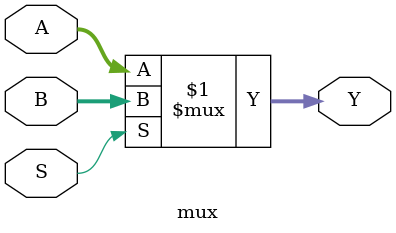
<source format=v>
module mux(A, B, S, Y);
  
  output [63:0] Y; 
  input  S;
  input [63:0] A, B;
  
  assign Y = (S ? B:A);
  
endmodule
</source>
